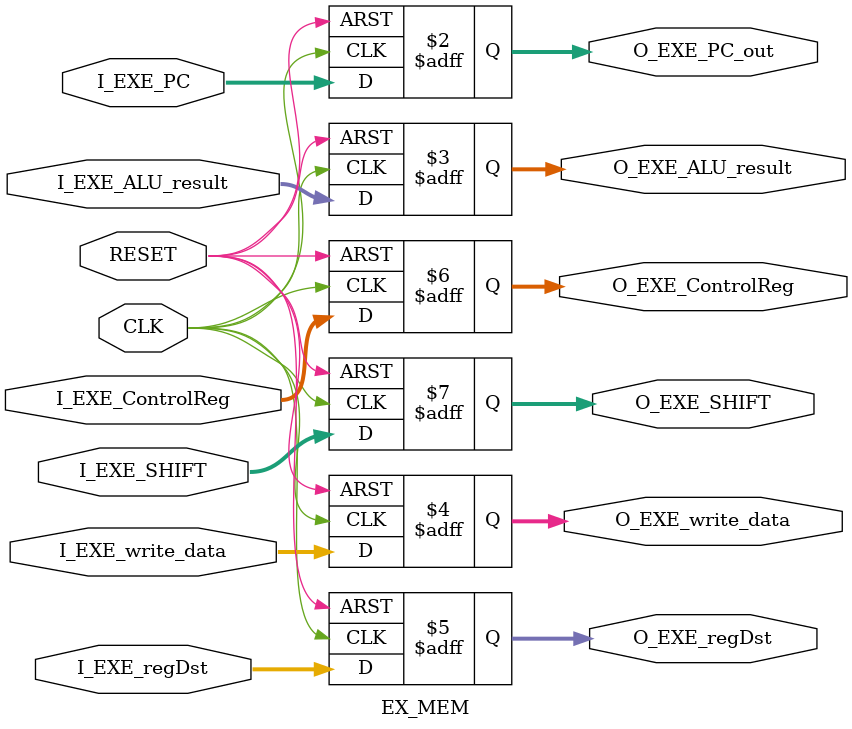
<source format=v>
`timescale 1ns / 1ps
module EX_MEM(
    input CLK,
    input RESET,
	 input [31:0] I_EXE_PC,
	 input [31:0] I_EXE_ALU_result,
	 input [31:0] I_EXE_SHIFT,
	 input [31:0] I_EXE_write_data,
	 input [4:0] I_EXE_regDst,
	 input [19:0] I_EXE_ControlReg,	 
	 
	 output reg [31:0] O_EXE_PC_out,
	 output reg [31:0] O_EXE_ALU_result,
	 output reg [31:0] O_EXE_write_data,
	 output reg [4:0]  O_EXE_regDst,
	 output reg [19:0]  O_EXE_ControlReg,
	 output reg [31:0] O_EXE_SHIFT
    );


	 always @(posedge CLK, posedge RESET)
	 begin
		if(RESET)
		begin
			O_EXE_PC_out <= 0;
			O_EXE_ALU_result <=0;
			O_EXE_write_data <= 0;
			O_EXE_regDst <= 0 ;
			O_EXE_ControlReg <= 0;
			O_EXE_SHIFT <= 0;
			
		end
		else
			begin
					O_EXE_PC_out <= I_EXE_PC;
					O_EXE_ALU_result <=I_EXE_ALU_result;
					O_EXE_write_data <= I_EXE_write_data;
					O_EXE_regDst <= I_EXE_regDst ;
					O_EXE_ControlReg <=I_EXE_ControlReg;
					O_EXE_SHIFT <= I_EXE_SHIFT;
			end
		
	 end
	 


endmodule

</source>
